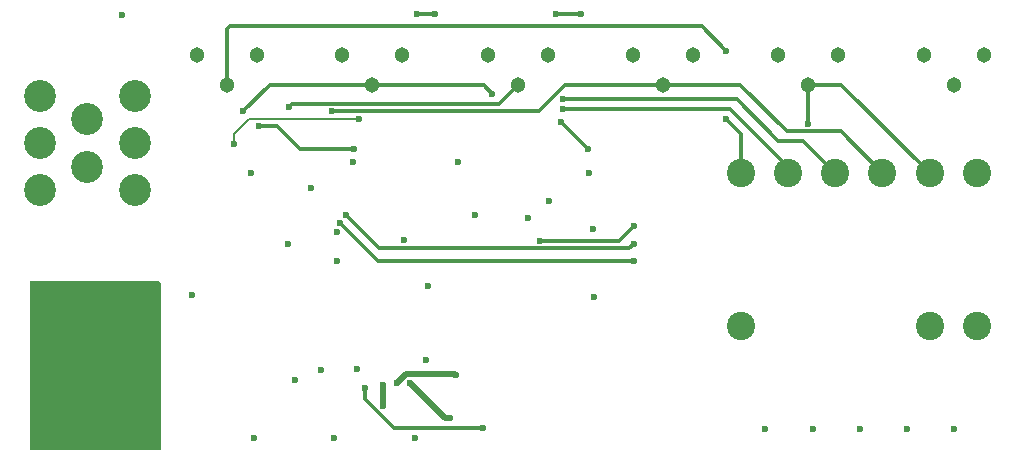
<source format=gbr>
%TF.GenerationSoftware,KiCad,Pcbnew,9.0.2*%
%TF.CreationDate,2025-06-15T01:16:02-07:00*%
%TF.ProjectId,SDM26_BSPD_1.0,53444d32-365f-4425-9350-445f312e302e,rev?*%
%TF.SameCoordinates,Original*%
%TF.FileFunction,Copper,L4,Bot*%
%TF.FilePolarity,Positive*%
%FSLAX46Y46*%
G04 Gerber Fmt 4.6, Leading zero omitted, Abs format (unit mm)*
G04 Created by KiCad (PCBNEW 9.0.2) date 2025-06-15 01:16:02*
%MOMM*%
%LPD*%
G01*
G04 APERTURE LIST*
%TA.AperFunction,ComponentPad*%
%ADD10C,2.700000*%
%TD*%
%TA.AperFunction,ComponentPad*%
%ADD11C,2.400000*%
%TD*%
%TA.AperFunction,ComponentPad*%
%ADD12C,1.303000*%
%TD*%
%TA.AperFunction,ViaPad*%
%ADD13C,0.600000*%
%TD*%
%TA.AperFunction,Conductor*%
%ADD14C,0.500000*%
%TD*%
%TA.AperFunction,Conductor*%
%ADD15C,0.300000*%
%TD*%
%TA.AperFunction,Conductor*%
%ADD16C,0.200000*%
%TD*%
G04 APERTURE END LIST*
D10*
%TO.P,J1,1,Pin_1*%
%TO.N,/TPS_MAIN*%
X113700000Y-109500000D03*
%TO.P,J1,2,Pin_2*%
%TO.N,BSPD KILL SIGNAL*%
X113700000Y-113500000D03*
%TO.P,J1,3,Pin_3*%
%TO.N,/12V MASTER*%
X113700000Y-117500000D03*
%TO.P,J1,4,Pin_4*%
%TO.N,unconnected-(J1-Pin_4-Pad4)*%
X109700000Y-111500000D03*
%TO.P,J1,5,Pin_5*%
%TO.N,/5V PDM*%
X109700000Y-115500000D03*
%TO.P,J1,6,Pin_6*%
%TO.N,/BSE*%
X105700000Y-109500000D03*
%TO.P,J1,7,Pin_7*%
%TO.N,GND*%
X105700000Y-113500000D03*
%TO.P,J1,8,Pin_8*%
%TO.N,/12V IGNITION*%
X105700000Y-117500000D03*
%TD*%
D11*
%TO.P,RED_TP2,1,1*%
%TO.N,/HB\u002AT10_REF*%
X169000000Y-116000000D03*
%TD*%
%TO.P,RED_TP1,1,1*%
%TO.N,/TIMING_REF*%
X165000000Y-116000000D03*
%TD*%
D12*
%TO.P,VR1,1,CCW*%
%TO.N,+5V*%
X119000000Y-106000000D03*
%TO.P,VR1,2,Wiper*%
%TO.N,/TIMING_REF*%
X121540000Y-108540000D03*
%TO.P,VR1,3,CW*%
%TO.N,GND*%
X124080000Y-106000000D03*
%TD*%
D11*
%TO.P,BLACK_TP1,1,1*%
%TO.N,GND*%
X165000000Y-129000000D03*
%TD*%
%TO.P,WHITE_TP2,1,1*%
%TO.N,/TPS_MAIN*%
X181000000Y-129000000D03*
%TD*%
%TO.P,RED_TP5,1,1*%
%TO.N,/TPS_LOW_REF*%
X181000000Y-116000000D03*
%TD*%
D12*
%TO.P,VR6,1,CCW*%
%TO.N,+5V*%
X180500000Y-106000000D03*
%TO.P,VR6,2,Wiper*%
%TO.N,/BSE_LOW_REF*%
X183040000Y-108540000D03*
%TO.P,VR6,3,CW*%
%TO.N,GND*%
X185580000Y-106000000D03*
%TD*%
%TO.P,VR2,1,CCW*%
%TO.N,+5V*%
X131300000Y-106000000D03*
%TO.P,VR2,2,Wiper*%
%TO.N,/HB\u002AT10_REF*%
X133840000Y-108540000D03*
%TO.P,VR2,3,CW*%
%TO.N,GND*%
X136380000Y-106000000D03*
%TD*%
%TO.P,VR3,1,CCW*%
%TO.N,+5V*%
X143620000Y-106000000D03*
%TO.P,VR3,2,Wiper*%
%TO.N,/TPS_10\u0025_REF*%
X146160000Y-108540000D03*
%TO.P,VR3,3,CW*%
%TO.N,GND*%
X148700000Y-106000000D03*
%TD*%
D11*
%TO.P,WHITE_TP1,1,1*%
%TO.N,/BSE*%
X185000000Y-129000000D03*
%TD*%
%TO.P,RED_TP6,1,1*%
%TO.N,/BSE_LOW_REF*%
X185000000Y-116000000D03*
%TD*%
D12*
%TO.P,VR4,1,CCW*%
%TO.N,+5V*%
X155900000Y-106000000D03*
%TO.P,VR4,2,Wiper*%
%TO.N,/HEAVY_BRAKING_REF*%
X158440000Y-108540000D03*
%TO.P,VR4,3,CW*%
%TO.N,GND*%
X160980000Y-106000000D03*
%TD*%
%TO.P,VR5,1,CCW*%
%TO.N,+5V*%
X168200000Y-106000000D03*
%TO.P,VR5,2,Wiper*%
%TO.N,/TPS_LOW_REF*%
X170740000Y-108540000D03*
%TO.P,VR5,3,CW*%
%TO.N,GND*%
X173280000Y-106000000D03*
%TD*%
D11*
%TO.P,RED_TP3,1,1*%
%TO.N,/TPS_10\u0025_REF*%
X173000000Y-116000000D03*
%TD*%
%TO.P,RED_TP4,1,1*%
%TO.N,/HEAVY_BRAKING_REF*%
X177000000Y-116000000D03*
%TD*%
D13*
%TO.N,/12V IGNITION*%
X135919669Y-133780331D03*
X140900000Y-133100000D03*
%TO.N,GND*%
X171100000Y-137700000D03*
X130800000Y-123500000D03*
X148825000Y-118425000D03*
X132500000Y-132600000D03*
X130600000Y-138500000D03*
X106700000Y-139100000D03*
X175100000Y-137700000D03*
X108900000Y-125700000D03*
X141100000Y-115100000D03*
X109700000Y-125700000D03*
X111300000Y-125700000D03*
X108100000Y-139100000D03*
X183100000Y-137700000D03*
X111300000Y-139100000D03*
X112100000Y-125700000D03*
X113700000Y-125700000D03*
X107400000Y-125700000D03*
X179100000Y-137700000D03*
X108900000Y-139100000D03*
X115300000Y-125700000D03*
X112900000Y-125700000D03*
X109700000Y-139100000D03*
X110500000Y-125700000D03*
X112100000Y-139100000D03*
X137400000Y-138500000D03*
X123550000Y-116050000D03*
X108100000Y-125700000D03*
X105300000Y-125700000D03*
X106700000Y-125700000D03*
X105300000Y-139100000D03*
X152600000Y-126500000D03*
X142500000Y-119600000D03*
X106000000Y-125700000D03*
X114500000Y-125700000D03*
X112600000Y-102625000D03*
X123800000Y-138500000D03*
X113700000Y-139100000D03*
X118600000Y-126400000D03*
X115300000Y-139100000D03*
X112900000Y-139100000D03*
X107400000Y-139100000D03*
X167100000Y-137700000D03*
X127300000Y-133575000D03*
X130800000Y-121000000D03*
X132200000Y-115100000D03*
X114500000Y-139100000D03*
X106000000Y-139100000D03*
X138400000Y-131900000D03*
X110500000Y-139100000D03*
%TO.N,/HB\u002AT10_FAULT*%
X124230762Y-112049999D03*
X132300000Y-114009620D03*
%TO.N,/12V MASTER*%
X137000000Y-133800000D03*
X140400000Y-136800000D03*
%TO.N,/5V PDM*%
X134700000Y-134000000D03*
X134700000Y-135750000D03*
%TO.N,+5V*%
X129475000Y-132700000D03*
X136500000Y-121700000D03*
X128600000Y-117300000D03*
X152500000Y-120800000D03*
X152200000Y-116000000D03*
X138500000Y-125575000D03*
X126700000Y-122000000D03*
X146975000Y-119800000D03*
%TO.N,/BL+TL+(HB\u002AT10)_FAULT*%
X132700000Y-111450000D03*
X122100000Y-113600000D03*
%TO.N,/TPS_MAIN*%
X137600000Y-102600000D03*
X139150000Y-102600000D03*
X151500000Y-102600000D03*
X149400000Y-102600000D03*
%TO.N,/TPS_LOW_FAULT*%
X148050000Y-121750000D03*
X156000000Y-120500000D03*
%TO.N,/TPS_10\u0025_REF*%
X150000000Y-109800000D03*
X126750000Y-110450000D03*
%TO.N,/TPS_10\u0025_FAULT*%
X131087851Y-120250000D03*
X156000000Y-123500000D03*
%TO.N,/TPS_LOW_REF*%
X170740000Y-111860000D03*
X152100000Y-114000000D03*
X149800000Y-111700000D03*
%TO.N,/HB\u002AT10_REF*%
X122900000Y-110800000D03*
X144000000Y-109300000D03*
X150000000Y-110600000D03*
%TO.N,Net-(U1-ST)*%
X133200000Y-134200000D03*
X143200000Y-137600000D03*
%TO.N,/HEAVY_BRAKING_FAULT*%
X131600000Y-119600000D03*
X156000000Y-122000000D03*
%TO.N,/HEAVY_BRAKING_REF*%
X130400000Y-110800000D03*
%TO.N,/TIMING_REF*%
X163800000Y-105700000D03*
X163800000Y-111500000D03*
%TD*%
D14*
%TO.N,/12V IGNITION*%
X136651000Y-133049000D02*
X140849000Y-133049000D01*
X140849000Y-133049000D02*
X140900000Y-133100000D01*
X135919669Y-133780331D02*
X136651000Y-133049000D01*
D15*
%TO.N,/HB\u002AT10_FAULT*%
X127709620Y-114009620D02*
X125749999Y-112049999D01*
X125749999Y-112049999D02*
X124230762Y-112049999D01*
X132300000Y-114009620D02*
X127709620Y-114009620D01*
D14*
%TO.N,/12V MASTER*%
X137000000Y-133800000D02*
X140000000Y-136800000D01*
X140000000Y-136800000D02*
X140400000Y-136800000D01*
%TO.N,/5V PDM*%
X134700000Y-134000000D02*
X134700000Y-135750000D01*
D16*
%TO.N,/BL+TL+(HB\u002AT10)_FAULT*%
X122100000Y-112700000D02*
X122100000Y-113600000D01*
X123350000Y-111450000D02*
X122100000Y-112700000D01*
X132700000Y-111450000D02*
X123350000Y-111450000D01*
D15*
%TO.N,/TPS_MAIN*%
X149400000Y-102600000D02*
X151500000Y-102600000D01*
X137600000Y-102600000D02*
X139150000Y-102600000D01*
%TO.N,/TPS_LOW_FAULT*%
X148050000Y-121750000D02*
X154750000Y-121750000D01*
X154750000Y-121750000D02*
X156000000Y-120500000D01*
%TO.N,/TPS_10\u0025_REF*%
X144551000Y-110149000D02*
X127051000Y-110149000D01*
X146160000Y-108540000D02*
X144551000Y-110149000D01*
X150000000Y-109800000D02*
X164700000Y-109800000D01*
X170300000Y-113300000D02*
X173000000Y-116000000D01*
X164700000Y-109800000D02*
X168200000Y-113300000D01*
X168200000Y-113300000D02*
X170300000Y-113300000D01*
X127051000Y-110149000D02*
X126750000Y-110450000D01*
%TO.N,/TPS_10\u0025_FAULT*%
X134337851Y-123500000D02*
X156000000Y-123500000D01*
X131087851Y-120250000D02*
X134337851Y-123500000D01*
%TO.N,/TPS_LOW_REF*%
X170740000Y-108540000D02*
X173540000Y-108540000D01*
X152100000Y-114000000D02*
X149800000Y-111700000D01*
X173540000Y-108540000D02*
X181000000Y-116000000D01*
X170740000Y-111860000D02*
X170740000Y-108540000D01*
%TO.N,/HB\u002AT10_REF*%
X133840000Y-108540000D02*
X143240000Y-108540000D01*
X133840000Y-108540000D02*
X125160000Y-108540000D01*
X143240000Y-108540000D02*
X144000000Y-109300000D01*
X169000000Y-115500000D02*
X164100000Y-110600000D01*
X164100000Y-110600000D02*
X150000000Y-110600000D01*
X125160000Y-108540000D02*
X122900000Y-110800000D01*
%TO.N,Net-(U1-ST)*%
X135629346Y-137600000D02*
X143200000Y-137600000D01*
X133200000Y-135170654D02*
X135629346Y-137600000D01*
X133200000Y-134200000D02*
X133200000Y-135170654D01*
%TO.N,/HEAVY_BRAKING_FAULT*%
X134413500Y-122413500D02*
X155586500Y-122413500D01*
X155586500Y-122413500D02*
X156000000Y-122000000D01*
X131600000Y-119600000D02*
X134413500Y-122413500D01*
%TO.N,/HEAVY_BRAKING_REF*%
X147900000Y-110800000D02*
X150160000Y-108540000D01*
X173500000Y-112500000D02*
X177000000Y-116000000D01*
X168900000Y-112500000D02*
X170459346Y-112500000D01*
X170459346Y-112500000D02*
X170470346Y-112511000D01*
X170470346Y-112511000D02*
X171009654Y-112511000D01*
X158440000Y-108540000D02*
X164940000Y-108540000D01*
X171020654Y-112500000D02*
X173500000Y-112500000D01*
X150160000Y-108540000D02*
X158440000Y-108540000D01*
X164940000Y-108540000D02*
X168900000Y-112500000D01*
X171009654Y-112511000D02*
X171020654Y-112500000D01*
X130400000Y-110800000D02*
X147900000Y-110800000D01*
%TO.N,/TIMING_REF*%
X165000000Y-112700000D02*
X165000000Y-116000000D01*
X163800000Y-105700000D02*
X161700000Y-103600000D01*
X161700000Y-103600000D02*
X121800000Y-103600000D01*
X121800000Y-103600000D02*
X121540000Y-103860000D01*
X163800000Y-111500000D02*
X165000000Y-112700000D01*
X121540000Y-103860000D02*
X121540000Y-108540000D01*
%TD*%
%TA.AperFunction,Conductor*%
%TO.N,GND*%
G36*
X115843039Y-125219685D02*
G01*
X115888794Y-125272489D01*
X115900000Y-125324000D01*
X115900000Y-139375500D01*
X115880315Y-139442539D01*
X115827511Y-139488294D01*
X115776000Y-139499500D01*
X104924000Y-139499500D01*
X104856961Y-139479815D01*
X104811206Y-139427011D01*
X104800000Y-139375500D01*
X104800000Y-125324000D01*
X104819685Y-125256961D01*
X104872489Y-125211206D01*
X104924000Y-125200000D01*
X115776000Y-125200000D01*
X115843039Y-125219685D01*
G37*
%TD.AperFunction*%
%TD*%
M02*

</source>
